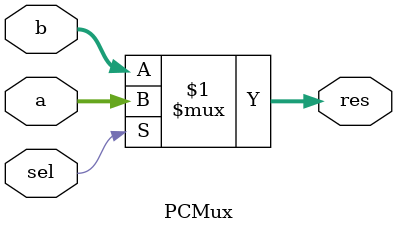
<source format=v>
module PCMux(res, a, b, sel);
   input [31:0] a, b;
   input	sel;
   output [31:0] res;

   assign res = (sel) ? a:b;
endmodule // main

</source>
